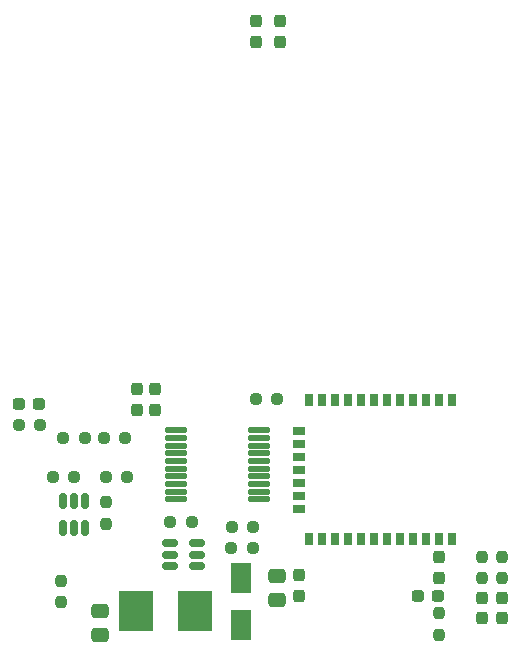
<source format=gtp>
G04 #@! TF.GenerationSoftware,KiCad,Pcbnew,6.0.10*
G04 #@! TF.CreationDate,2023-11-17T15:38:01-06:00*
G04 #@! TF.ProjectId,sensor_sigfox_3,73656e73-6f72-45f7-9369-67666f785f33,rev?*
G04 #@! TF.SameCoordinates,Original*
G04 #@! TF.FileFunction,Paste,Top*
G04 #@! TF.FilePolarity,Positive*
%FSLAX46Y46*%
G04 Gerber Fmt 4.6, Leading zero omitted, Abs format (unit mm)*
G04 Created by KiCad (PCBNEW 6.0.10) date 2023-11-17 15:38:01*
%MOMM*%
%LPD*%
G01*
G04 APERTURE LIST*
G04 Aperture macros list*
%AMRoundRect*
0 Rectangle with rounded corners*
0 $1 Rounding radius*
0 $2 $3 $4 $5 $6 $7 $8 $9 X,Y pos of 4 corners*
0 Add a 4 corners polygon primitive as box body*
4,1,4,$2,$3,$4,$5,$6,$7,$8,$9,$2,$3,0*
0 Add four circle primitives for the rounded corners*
1,1,$1+$1,$2,$3*
1,1,$1+$1,$4,$5*
1,1,$1+$1,$6,$7*
1,1,$1+$1,$8,$9*
0 Add four rect primitives between the rounded corners*
20,1,$1+$1,$2,$3,$4,$5,0*
20,1,$1+$1,$4,$5,$6,$7,0*
20,1,$1+$1,$6,$7,$8,$9,0*
20,1,$1+$1,$8,$9,$2,$3,0*%
G04 Aperture macros list end*
%ADD10RoundRect,0.250000X0.475000X-0.337500X0.475000X0.337500X-0.475000X0.337500X-0.475000X-0.337500X0*%
%ADD11RoundRect,0.237500X-0.287500X-0.237500X0.287500X-0.237500X0.287500X0.237500X-0.287500X0.237500X0*%
%ADD12RoundRect,0.237500X-0.237500X0.250000X-0.237500X-0.250000X0.237500X-0.250000X0.237500X0.250000X0*%
%ADD13RoundRect,0.237500X0.250000X0.237500X-0.250000X0.237500X-0.250000X-0.237500X0.250000X-0.237500X0*%
%ADD14RoundRect,0.237500X-0.250000X-0.237500X0.250000X-0.237500X0.250000X0.237500X-0.250000X0.237500X0*%
%ADD15RoundRect,0.237500X0.237500X-0.250000X0.237500X0.250000X-0.237500X0.250000X-0.237500X-0.250000X0*%
%ADD16RoundRect,0.237500X-0.237500X0.300000X-0.237500X-0.300000X0.237500X-0.300000X0.237500X0.300000X0*%
%ADD17RoundRect,0.237500X0.237500X-0.300000X0.237500X0.300000X-0.237500X0.300000X-0.237500X-0.300000X0*%
%ADD18R,3.000000X3.500000*%
%ADD19R,1.800000X2.500000*%
%ADD20R,0.700000X1.000000*%
%ADD21R,1.000000X0.700000*%
%ADD22RoundRect,0.237500X0.287500X0.237500X-0.287500X0.237500X-0.287500X-0.237500X0.287500X-0.237500X0*%
%ADD23RoundRect,0.237500X0.237500X-0.287500X0.237500X0.287500X-0.237500X0.287500X-0.237500X-0.287500X0*%
%ADD24RoundRect,0.150000X0.512500X0.150000X-0.512500X0.150000X-0.512500X-0.150000X0.512500X-0.150000X0*%
%ADD25RoundRect,0.150000X-0.150000X0.512500X-0.150000X-0.512500X0.150000X-0.512500X0.150000X0.512500X0*%
%ADD26RoundRect,0.125000X-0.825000X-0.125000X0.825000X-0.125000X0.825000X0.125000X-0.825000X0.125000X0*%
G04 APERTURE END LIST*
D10*
X109728000Y-107485000D03*
X109728000Y-105410000D03*
X124714000Y-104521000D03*
X124714000Y-102446000D03*
D11*
X136657000Y-104140000D03*
X138407000Y-104140000D03*
D12*
X138430000Y-105617000D03*
X138430000Y-107442000D03*
X143764000Y-100838000D03*
X143764000Y-102663000D03*
X142113000Y-100838000D03*
X142113000Y-102663000D03*
D13*
X122729000Y-98298000D03*
X120904000Y-98298000D03*
D14*
X120880500Y-100076000D03*
X122705500Y-100076000D03*
D12*
X110236000Y-96219000D03*
X110236000Y-98044000D03*
D13*
X112061000Y-94107000D03*
X110236000Y-94107000D03*
X107569000Y-94107000D03*
X105744000Y-94107000D03*
X104695000Y-89662000D03*
X102870000Y-89662000D03*
D14*
X115697000Y-97917000D03*
X117522000Y-97917000D03*
D13*
X124761000Y-87503000D03*
X122936000Y-87503000D03*
D14*
X106633000Y-90805000D03*
X108458000Y-90805000D03*
X110062000Y-90805000D03*
X111887000Y-90805000D03*
D15*
X106426000Y-104695000D03*
X106426000Y-102870000D03*
D16*
X138430000Y-100891000D03*
X138430000Y-102616000D03*
D17*
X122936000Y-57229000D03*
X122936000Y-55504000D03*
X124968000Y-57229000D03*
X124968000Y-55504000D03*
D16*
X114427000Y-86667000D03*
X114427000Y-88392000D03*
X112903000Y-86667000D03*
X112903000Y-88392000D03*
D17*
X126619000Y-104140000D03*
X126619000Y-102415000D03*
D18*
X117776000Y-105410000D03*
X112776000Y-105410000D03*
D19*
X121666000Y-102648000D03*
X121666000Y-106648000D03*
D20*
X139530000Y-87594000D03*
X138430000Y-87594000D03*
X137330000Y-87594000D03*
X136230000Y-87594000D03*
X135130000Y-87594000D03*
X134030000Y-87594000D03*
X132930000Y-87594000D03*
X131830000Y-87594000D03*
X130730000Y-87594000D03*
X129630000Y-87594000D03*
X128530000Y-87594000D03*
X127430000Y-87594000D03*
D21*
X126620000Y-90154000D03*
X126620000Y-91254000D03*
X126620000Y-92354000D03*
X126620000Y-93454000D03*
X126620000Y-94554000D03*
X126620000Y-95654000D03*
X126620000Y-96754000D03*
D20*
X127430000Y-99314000D03*
X128530000Y-99314000D03*
X129630000Y-99314000D03*
X130730000Y-99314000D03*
X131830000Y-99314000D03*
X132930000Y-99314000D03*
X134030000Y-99314000D03*
X135130000Y-99314000D03*
X136230000Y-99314000D03*
X137330000Y-99314000D03*
X138430000Y-99314000D03*
X139530000Y-99314000D03*
D22*
X104620000Y-87884000D03*
X102870000Y-87884000D03*
D23*
X142113000Y-106045000D03*
X142113000Y-104295000D03*
X143764000Y-106045000D03*
X143764000Y-104295000D03*
D24*
X117972000Y-101595000D03*
X117972000Y-100645000D03*
X117972000Y-99695000D03*
X115697000Y-99695000D03*
X115697000Y-100645000D03*
X115697000Y-101595000D03*
D25*
X108519000Y-96150000D03*
X107569000Y-96150000D03*
X106619000Y-96150000D03*
X106619000Y-98425000D03*
X107569000Y-98425000D03*
X108519000Y-98425000D03*
D26*
X116190000Y-90110000D03*
X116190000Y-90760000D03*
X116190000Y-91410000D03*
X116190000Y-92060000D03*
X116190000Y-92710000D03*
X116190000Y-93360000D03*
X116190000Y-94010000D03*
X116190000Y-94660000D03*
X116190000Y-95310000D03*
X116190000Y-95960000D03*
X123190000Y-95960000D03*
X123190000Y-95310000D03*
X123190000Y-94660000D03*
X123190000Y-94010000D03*
X123190000Y-93360000D03*
X123190000Y-92710000D03*
X123190000Y-92060000D03*
X123190000Y-91410000D03*
X123190000Y-90760000D03*
X123190000Y-90110000D03*
M02*

</source>
